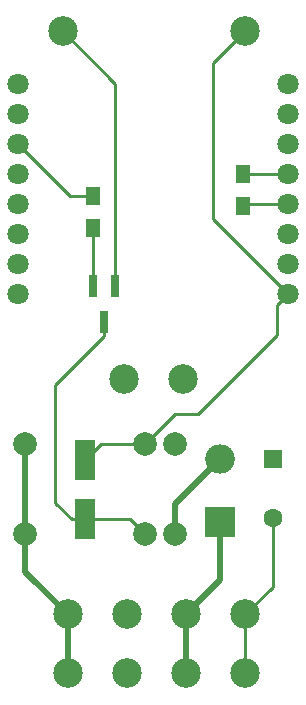
<source format=gbl>
G04 #@! TF.GenerationSoftware,KiCad,Pcbnew,(5.1.4)-1*
G04 #@! TF.CreationDate,2019-10-10T22:11:15+02:00*
G04 #@! TF.ProjectId,WirelessTouchLight,57697265-6c65-4737-9354-6f7563684c69,rev?*
G04 #@! TF.SameCoordinates,Original*
G04 #@! TF.FileFunction,Copper,L2,Bot*
G04 #@! TF.FilePolarity,Positive*
%FSLAX46Y46*%
G04 Gerber Fmt 4.6, Leading zero omitted, Abs format (unit mm)*
G04 Created by KiCad (PCBNEW (5.1.4)-1) date 2019-10-10 22:11:15*
%MOMM*%
%LPD*%
G04 APERTURE LIST*
%ADD10C,1.600000*%
%ADD11R,1.600000X1.600000*%
%ADD12R,1.800000X3.500000*%
%ADD13R,2.500000X2.500000*%
%ADD14O,2.500000X2.500000*%
%ADD15C,2.500000*%
%ADD16C,2.000000*%
%ADD17R,0.800000X1.900000*%
%ADD18R,1.300000X1.500000*%
%ADD19C,1.800000*%
%ADD20C,0.250000*%
%ADD21C,0.500000*%
G04 APERTURE END LIST*
D10*
X62230000Y-61515000D03*
D11*
X62230000Y-56515000D03*
D12*
X46355000Y-61595000D03*
X46355000Y-56595000D03*
D13*
X57785000Y-61849000D03*
D14*
X57785000Y-56515000D03*
D15*
X49650000Y-49720000D03*
X54650000Y-49720000D03*
X44450000Y-20320000D03*
X59850000Y-20320000D03*
D16*
X41275000Y-55245000D03*
X41275000Y-62865000D03*
X51435000Y-55245000D03*
X53975000Y-62865000D03*
X51435000Y-62865000D03*
X53975000Y-55245000D03*
D17*
X47945000Y-44910000D03*
X48895000Y-41910000D03*
X46995000Y-41910000D03*
D18*
X46990000Y-34290000D03*
X46990000Y-36990000D03*
X59690000Y-32385000D03*
X59690000Y-35085000D03*
D19*
X63500000Y-42545000D03*
X40640000Y-42545000D03*
X63500000Y-40005000D03*
X40640000Y-40005000D03*
X63500000Y-37465000D03*
X40640000Y-37465000D03*
X63500000Y-34925000D03*
X40640000Y-34925000D03*
X63500000Y-32385000D03*
X40640000Y-32385000D03*
X63500000Y-29845000D03*
X40640000Y-29845000D03*
X63500000Y-27305000D03*
X40640000Y-27305000D03*
X63500000Y-24765000D03*
X40640000Y-24765000D03*
D15*
X59905000Y-74675000D03*
X59905000Y-69675000D03*
X54905000Y-74675000D03*
X54905000Y-69675000D03*
X49905000Y-74675000D03*
X49905000Y-69675000D03*
X44905000Y-74675000D03*
X44905000Y-69675000D03*
D20*
X62230000Y-67350000D02*
X59905000Y-69675000D01*
X62230000Y-61515000D02*
X62230000Y-67350000D01*
X59905000Y-69675000D02*
X59905000Y-74675000D01*
X63500000Y-32385000D02*
X59690000Y-32385000D01*
X45205000Y-61595000D02*
X43815000Y-60205000D01*
X46355000Y-61595000D02*
X45205000Y-61595000D01*
X47945000Y-46110000D02*
X47945000Y-44910000D01*
X43815000Y-50240000D02*
X47945000Y-46110000D01*
X43815000Y-60205000D02*
X43815000Y-50240000D01*
X50165000Y-61595000D02*
X46355000Y-61595000D01*
X51435000Y-62865000D02*
X50165000Y-61595000D01*
X59850000Y-20320000D02*
X57150000Y-23020000D01*
X57150000Y-36195000D02*
X63500000Y-42545000D01*
X57150000Y-23020000D02*
X57150000Y-36195000D01*
X62600001Y-43444999D02*
X62600001Y-45984999D01*
X63500000Y-42545000D02*
X62600001Y-43444999D01*
X62600001Y-45984999D02*
X55880000Y-52705000D01*
X53975000Y-52705000D02*
X51435000Y-55245000D01*
X55880000Y-52705000D02*
X53975000Y-52705000D01*
X47705000Y-55245000D02*
X46355000Y-56595000D01*
X51435000Y-55245000D02*
X47705000Y-55245000D01*
D21*
X57785000Y-66795000D02*
X54905000Y-69675000D01*
X57785000Y-61849000D02*
X57785000Y-66795000D01*
X54905000Y-69675000D02*
X54905000Y-74675000D01*
X53975000Y-60325000D02*
X53975000Y-62865000D01*
X57785000Y-56515000D02*
X53975000Y-60325000D01*
X41275000Y-55245000D02*
X41275000Y-62865000D01*
X41275000Y-66045000D02*
X44905000Y-69675000D01*
X41275000Y-62865000D02*
X41275000Y-66045000D01*
X44905000Y-69675000D02*
X44905000Y-74675000D01*
D20*
X48895000Y-24765000D02*
X44450000Y-20320000D01*
X48895000Y-41910000D02*
X48895000Y-24765000D01*
X46990000Y-41905000D02*
X46995000Y-41910000D01*
X46990000Y-36990000D02*
X46990000Y-41905000D01*
X45085000Y-34290000D02*
X46990000Y-34290000D01*
X40640000Y-29845000D02*
X45085000Y-34290000D01*
X59850000Y-34925000D02*
X59690000Y-35085000D01*
X63500000Y-34925000D02*
X59850000Y-34925000D01*
M02*

</source>
